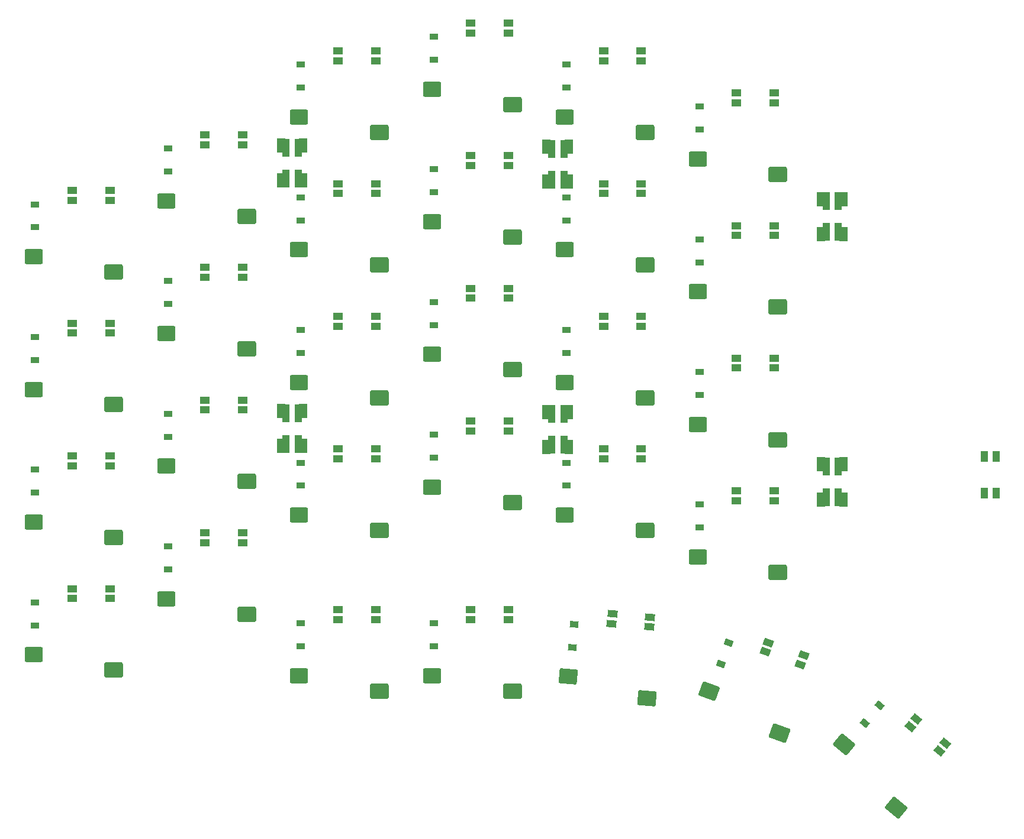
<source format=gbr>
%TF.GenerationSoftware,KiCad,Pcbnew,8.0.4*%
%TF.CreationDate,2024-11-04T19:06:09-07:00*%
%TF.ProjectId,boost58,626f6f73-7435-4382-9e6b-696361645f70,0.1*%
%TF.SameCoordinates,Original*%
%TF.FileFunction,Paste,Bot*%
%TF.FilePolarity,Positive*%
%FSLAX46Y46*%
G04 Gerber Fmt 4.6, Leading zero omitted, Abs format (unit mm)*
G04 Created by KiCad (PCBNEW 8.0.4) date 2024-11-04 19:06:09*
%MOMM*%
%LPD*%
G01*
G04 APERTURE LIST*
G04 Aperture macros list*
%AMRoundRect*
0 Rectangle with rounded corners*
0 $1 Rounding radius*
0 $2 $3 $4 $5 $6 $7 $8 $9 X,Y pos of 4 corners*
0 Add a 4 corners polygon primitive as box body*
4,1,4,$2,$3,$4,$5,$6,$7,$8,$9,$2,$3,0*
0 Add four circle primitives for the rounded corners*
1,1,$1+$1,$2,$3*
1,1,$1+$1,$4,$5*
1,1,$1+$1,$6,$7*
1,1,$1+$1,$8,$9*
0 Add four rect primitives between the rounded corners*
20,1,$1+$1,$2,$3,$4,$5,0*
20,1,$1+$1,$4,$5,$6,$7,0*
20,1,$1+$1,$6,$7,$8,$9,0*
20,1,$1+$1,$8,$9,$2,$3,0*%
%AMRotRect*
0 Rectangle, with rotation*
0 The origin of the aperture is its center*
0 $1 length*
0 $2 width*
0 $3 Rotation angle, in degrees counterclockwise*
0 Add horizontal line*
21,1,$1,$2,0,0,$3*%
G04 Aperture macros list end*
%ADD10R,1.000000X2.600000*%
%ADD11R,1.200000X2.000000*%
%ADD12R,1.000000X1.550000*%
%ADD13RoundRect,0.215000X1.085000X0.860000X-1.085000X0.860000X-1.085000X-0.860000X1.085000X-0.860000X0*%
%ADD14RoundRect,0.215000X1.110000X0.860000X-1.110000X0.860000X-1.110000X-0.860000X1.110000X-0.860000X0*%
%ADD15RotRect,0.900000X1.200000X230.000000*%
%ADD16R,1.400000X1.000000*%
%ADD17R,1.200000X0.900000*%
%ADD18RotRect,0.900000X1.200000X265.000000*%
%ADD19RotRect,1.400000X1.000000X320.000000*%
%ADD20RoundRect,0.215000X1.383956X-0.038626X-0.278361X1.356223X-1.383956X0.038626X0.278361X-1.356223X0*%
%ADD21RoundRect,0.215000X1.403107X-0.054696X-0.297512X1.372292X-1.403107X0.054696X0.297512X-1.372292X0*%
%ADD22RotRect,1.400000X1.000000X355.000000*%
%ADD23RotRect,1.400000X1.000000X340.000000*%
%ADD24RoundRect,0.215000X1.313704X0.437044X-0.725429X1.179228X-1.313704X-0.437044X0.725429X-1.179228X0*%
%ADD25RoundRect,0.215000X1.337196X0.428493X-0.748921X1.187778X-1.337196X-0.428493X0.748921X-1.187778X0*%
%ADD26RotRect,0.900000X1.200000X250.000000*%
%ADD27RoundRect,0.215000X1.155825X0.762163X-1.005917X0.951291X-1.155825X-0.762163X1.005917X-0.951291X0*%
%ADD28RoundRect,0.215000X1.180730X0.759985X-1.030822X0.953470X-1.180730X-0.759985X1.030822X-0.953470X0*%
G04 APERTURE END LIST*
D10*
%TO.C,U_3*%
X105875000Y-93700000D03*
X107625000Y-93700000D03*
X107625000Y-89300000D03*
X105875000Y-89300000D03*
D11*
X105150000Y-94000000D03*
X108350000Y-94000000D03*
X108350000Y-89000000D03*
X105150000Y-89000000D03*
%TD*%
D12*
%TO.C,RST1*%
X169450000Y-95375000D03*
X167750000Y-95375000D03*
X169450000Y-100625000D03*
X167750000Y-100625000D03*
%TD*%
D10*
%TO.C,U_4*%
X105875000Y-55700000D03*
X107625000Y-55700000D03*
X107625000Y-51300000D03*
X105875000Y-51300000D03*
D11*
X105150000Y-56000000D03*
X108350000Y-56000000D03*
X108350000Y-51000000D03*
X105150000Y-51000000D03*
%TD*%
D10*
%TO.C,U_6*%
X146875000Y-58800000D03*
X145125000Y-58800000D03*
X145125000Y-63200000D03*
X146875000Y-63200000D03*
D11*
X147600000Y-58500000D03*
X144400000Y-58500000D03*
X144400000Y-63500000D03*
X147600000Y-63500000D03*
%TD*%
D10*
%TO.C,U_5*%
X146875000Y-96800000D03*
X145125000Y-96800000D03*
X145125000Y-101200000D03*
X146875000Y-101200000D03*
D11*
X147600000Y-96500000D03*
X144400000Y-96500000D03*
X144400000Y-101500000D03*
X147600000Y-101500000D03*
%TD*%
D10*
%TO.C,U_1*%
X69625000Y-89150000D03*
X67875000Y-89150000D03*
X67875000Y-93550000D03*
X69625000Y-93550000D03*
D11*
X70350000Y-88850000D03*
X67150000Y-88850000D03*
X67150000Y-93850000D03*
X70350000Y-93850000D03*
%TD*%
D10*
%TO.C,U_2*%
X69625000Y-51150000D03*
X67875000Y-51150000D03*
X67875000Y-55550000D03*
X69625000Y-55550000D03*
D11*
X70350000Y-50850000D03*
X67150000Y-50850000D03*
X67150000Y-55850000D03*
X70350000Y-55850000D03*
%TD*%
D13*
%TO.C,SW26*%
X88752500Y-126750000D03*
D14*
X100245000Y-128950000D03*
%TD*%
D15*
%TO.C,D29*%
X152743400Y-131030027D03*
X150622200Y-133557973D03*
%TD*%
D16*
%TO.C,L8*%
X61700000Y-50700000D03*
X61700000Y-49300000D03*
X56300000Y-49300000D03*
X56300000Y-50700000D03*
%TD*%
D17*
%TO.C,D15*%
X89000000Y-54250000D03*
X89000000Y-57550000D03*
%TD*%
D16*
%TO.C,L11*%
X80700000Y-57700000D03*
X80700000Y-56300000D03*
X75300000Y-56300000D03*
X75300000Y-57700000D03*
%TD*%
D13*
%TO.C,SW22*%
X126752500Y-90750000D03*
D14*
X138245000Y-92950000D03*
%TD*%
D16*
%TO.C,L22*%
X137700000Y-82700000D03*
X137700000Y-81300000D03*
X132300000Y-81300000D03*
X132300000Y-82700000D03*
%TD*%
D17*
%TO.C,D26*%
X89000000Y-119250000D03*
X89000000Y-122550000D03*
%TD*%
D13*
%TO.C,SW20*%
X107752500Y-46750000D03*
D14*
X119245000Y-48950000D03*
%TD*%
D16*
%TO.C,L25*%
X80700000Y-118700000D03*
X80700000Y-117300000D03*
X75300000Y-117300000D03*
X75300000Y-118700000D03*
%TD*%
D13*
%TO.C,SW21*%
X126752500Y-109750000D03*
D14*
X138245000Y-111950000D03*
%TD*%
D16*
%TO.C,L18*%
X118700000Y-76700000D03*
X118700000Y-75300000D03*
X113300000Y-75300000D03*
X113300000Y-76700000D03*
%TD*%
D13*
%TO.C,SW15*%
X88752500Y-61750000D03*
D14*
X100245000Y-63950000D03*
%TD*%
D13*
%TO.C,SW9*%
X69752500Y-103750000D03*
D14*
X81245000Y-105950000D03*
%TD*%
D16*
%TO.C,L6*%
X61700000Y-88700000D03*
X61700000Y-87300000D03*
X56300000Y-87300000D03*
X56300000Y-88700000D03*
%TD*%
D17*
%TO.C,D22*%
X127000000Y-83250000D03*
X127000000Y-86550000D03*
%TD*%
D13*
%TO.C,SW14*%
X88752500Y-80750000D03*
D14*
X100245000Y-82950000D03*
%TD*%
D16*
%TO.C,L1*%
X42700000Y-115700000D03*
X42700000Y-114300000D03*
X37300000Y-114300000D03*
X37300000Y-115700000D03*
%TD*%
D13*
%TO.C,SW11*%
X69752500Y-65750000D03*
D14*
X81245000Y-67950000D03*
%TD*%
D16*
%TO.C,L24*%
X137700000Y-44700000D03*
X137700000Y-43300000D03*
X132300000Y-43300000D03*
X132300000Y-44700000D03*
%TD*%
D18*
%TO.C,D27*%
X109107407Y-119385679D03*
X108819793Y-122673121D03*
%TD*%
D16*
%TO.C,L12*%
X80700000Y-38700000D03*
X80700000Y-37300000D03*
X75300000Y-37300000D03*
X75300000Y-38700000D03*
%TD*%
D17*
%TO.C,D25*%
X70000000Y-119250000D03*
X70000000Y-122550000D03*
%TD*%
D13*
%TO.C,SW7*%
X50752500Y-77750000D03*
D14*
X62245000Y-79950000D03*
%TD*%
D13*
%TO.C,SW17*%
X107752500Y-103750000D03*
D14*
X119245000Y-105950000D03*
%TD*%
D17*
%TO.C,D24*%
X127000000Y-45250000D03*
X127000000Y-48550000D03*
%TD*%
D16*
%TO.C,L19*%
X118700000Y-57700000D03*
X118700000Y-56300000D03*
X113300000Y-56300000D03*
X113300000Y-57700000D03*
%TD*%
D13*
%TO.C,SW18*%
X107752500Y-84750000D03*
D14*
X119245000Y-86950000D03*
%TD*%
D13*
%TO.C,SW13*%
X88752500Y-99750000D03*
D14*
X100245000Y-101950000D03*
%TD*%
D17*
%TO.C,D8*%
X51000000Y-51250000D03*
X51000000Y-54550000D03*
%TD*%
%TO.C,D16*%
X89000000Y-35250000D03*
X89000000Y-38550000D03*
%TD*%
%TO.C,D5*%
X51000000Y-108250000D03*
X51000000Y-111550000D03*
%TD*%
%TO.C,D23*%
X127000000Y-64250000D03*
X127000000Y-67550000D03*
%TD*%
D13*
%TO.C,SW3*%
X31752500Y-85750000D03*
D14*
X43245000Y-87950000D03*
%TD*%
D17*
%TO.C,D6*%
X51000000Y-89250000D03*
X51000000Y-92550000D03*
%TD*%
D19*
%TO.C,L29*%
X161293669Y-137486558D03*
X162193571Y-136414095D03*
X158056931Y-132943042D03*
X157157029Y-134015505D03*
%TD*%
D20*
%TO.C,SW29*%
X147732895Y-136616276D03*
D21*
X155122528Y-145688810D03*
%TD*%
D17*
%TO.C,D2*%
X32000000Y-97250000D03*
X32000000Y-100550000D03*
%TD*%
D13*
%TO.C,SW24*%
X126752500Y-52750000D03*
D14*
X138245000Y-54950000D03*
%TD*%
D17*
%TO.C,D20*%
X108000000Y-39250000D03*
X108000000Y-42550000D03*
%TD*%
%TO.C,D11*%
X70000000Y-58250000D03*
X70000000Y-61550000D03*
%TD*%
%TO.C,D10*%
X70000000Y-77250000D03*
X70000000Y-80550000D03*
%TD*%
D22*
%TO.C,L27*%
X119814617Y-119770357D03*
X119936635Y-118375684D03*
X114557183Y-117905043D03*
X114435165Y-119299716D03*
%TD*%
D13*
%TO.C,SW4*%
X31752500Y-66750000D03*
D14*
X43245000Y-68950000D03*
%TD*%
D13*
%TO.C,SW1*%
X31752500Y-123750000D03*
D14*
X43245000Y-125950000D03*
%TD*%
D13*
%TO.C,SW8*%
X50752500Y-58750000D03*
D14*
X62245000Y-60950000D03*
%TD*%
D13*
%TO.C,SW23*%
X126752500Y-71750000D03*
D14*
X138245000Y-73950000D03*
%TD*%
D16*
%TO.C,L3*%
X42700000Y-77700000D03*
X42700000Y-76300000D03*
X37300000Y-76300000D03*
X37300000Y-77700000D03*
%TD*%
D13*
%TO.C,SW25*%
X69752500Y-126750000D03*
D14*
X81245000Y-128950000D03*
%TD*%
D16*
%TO.C,L13*%
X99700000Y-91700000D03*
X99700000Y-90300000D03*
X94300000Y-90300000D03*
X94300000Y-91700000D03*
%TD*%
%TO.C,L7*%
X61700000Y-69700000D03*
X61700000Y-68300000D03*
X56300000Y-68300000D03*
X56300000Y-69700000D03*
%TD*%
%TO.C,L21*%
X137700000Y-101700000D03*
X137700000Y-100300000D03*
X132300000Y-100300000D03*
X132300000Y-101700000D03*
%TD*%
%TO.C,L10*%
X80700000Y-76700000D03*
X80700000Y-75300000D03*
X75300000Y-75300000D03*
X75300000Y-76700000D03*
%TD*%
%TO.C,L15*%
X99700000Y-53700000D03*
X99700000Y-52300000D03*
X94300000Y-52300000D03*
X94300000Y-53700000D03*
%TD*%
D13*
%TO.C,SW16*%
X88752500Y-42750000D03*
D14*
X100245000Y-44950000D03*
%TD*%
D17*
%TO.C,D4*%
X32000000Y-59250000D03*
X32000000Y-62550000D03*
%TD*%
%TO.C,D9*%
X70000000Y-96250000D03*
X70000000Y-99550000D03*
%TD*%
%TO.C,D21*%
X127000000Y-102250000D03*
X127000000Y-105550000D03*
%TD*%
%TO.C,D19*%
X108000000Y-58250000D03*
X108000000Y-61550000D03*
%TD*%
D16*
%TO.C,L14*%
X99700000Y-72700000D03*
X99700000Y-71300000D03*
X94300000Y-71300000D03*
X94300000Y-72700000D03*
%TD*%
%TO.C,L5*%
X61700000Y-107700000D03*
X61700000Y-106300000D03*
X56300000Y-106300000D03*
X56300000Y-107700000D03*
%TD*%
D17*
%TO.C,D17*%
X108000000Y-96250000D03*
X108000000Y-99550000D03*
%TD*%
D16*
%TO.C,L9*%
X80700000Y-95700000D03*
X80700000Y-94300000D03*
X75300000Y-94300000D03*
X75300000Y-95700000D03*
%TD*%
%TO.C,L16*%
X99700000Y-34700000D03*
X99700000Y-33300000D03*
X94300000Y-33300000D03*
X94300000Y-34700000D03*
%TD*%
D17*
%TO.C,D12*%
X70000000Y-39250000D03*
X70000000Y-42550000D03*
%TD*%
%TO.C,D14*%
X89000000Y-73250000D03*
X89000000Y-76550000D03*
%TD*%
%TO.C,D18*%
X108000000Y-77250000D03*
X108000000Y-80550000D03*
%TD*%
D13*
%TO.C,SW6*%
X50752500Y-96750000D03*
D14*
X62245000Y-98950000D03*
%TD*%
D16*
%TO.C,L20*%
X118700000Y-38700000D03*
X118700000Y-37300000D03*
X113300000Y-37300000D03*
X113300000Y-38700000D03*
%TD*%
%TO.C,L4*%
X42700000Y-58700000D03*
X42700000Y-57300000D03*
X37300000Y-57300000D03*
X37300000Y-58700000D03*
%TD*%
D23*
%TO.C,L28*%
X141470956Y-125159639D03*
X141949784Y-123844070D03*
X136875444Y-121997161D03*
X136396616Y-123312730D03*
%TD*%
D24*
%TO.C,SW28*%
X128430410Y-128979936D03*
D25*
X138477383Y-134977926D03*
%TD*%
D16*
%TO.C,L2*%
X42700000Y-96700000D03*
X42700000Y-95300000D03*
X37300000Y-95300000D03*
X37300000Y-96700000D03*
%TD*%
%TO.C,L26*%
X99700000Y-118700000D03*
X99700000Y-117300000D03*
X94300000Y-117300000D03*
X94300000Y-118700000D03*
%TD*%
D17*
%TO.C,D1*%
X32000000Y-116250000D03*
X32000000Y-119550000D03*
%TD*%
D16*
%TO.C,L17*%
X118700000Y-95700000D03*
X118700000Y-94300000D03*
X113300000Y-94300000D03*
X113300000Y-95700000D03*
%TD*%
%TO.C,L23*%
X137700000Y-63700000D03*
X137700000Y-62300000D03*
X132300000Y-62300000D03*
X132300000Y-63700000D03*
%TD*%
D26*
%TO.C,D28*%
X131228133Y-122016907D03*
X130099467Y-125117893D03*
%TD*%
D13*
%TO.C,SW12*%
X69752500Y-46750000D03*
D14*
X81245000Y-48950000D03*
%TD*%
D17*
%TO.C,D7*%
X51000000Y-70250000D03*
X51000000Y-73550000D03*
%TD*%
D13*
%TO.C,SW10*%
X69752500Y-84750000D03*
D14*
X81245000Y-86950000D03*
%TD*%
D13*
%TO.C,SW19*%
X107752500Y-65750000D03*
D14*
X119245000Y-67950000D03*
%TD*%
D17*
%TO.C,D3*%
X32000000Y-78250000D03*
X32000000Y-81550000D03*
%TD*%
%TO.C,D13*%
X89000000Y-92250000D03*
X89000000Y-95550000D03*
%TD*%
D13*
%TO.C,SW2*%
X31752500Y-104750000D03*
D14*
X43245000Y-106950000D03*
%TD*%
D13*
%TO.C,SW5*%
X50752500Y-115750000D03*
D14*
X62245000Y-117950000D03*
%TD*%
D27*
%TO.C,SW27*%
X108207250Y-126835513D03*
D28*
X119464275Y-130028779D03*
%TD*%
M02*

</source>
